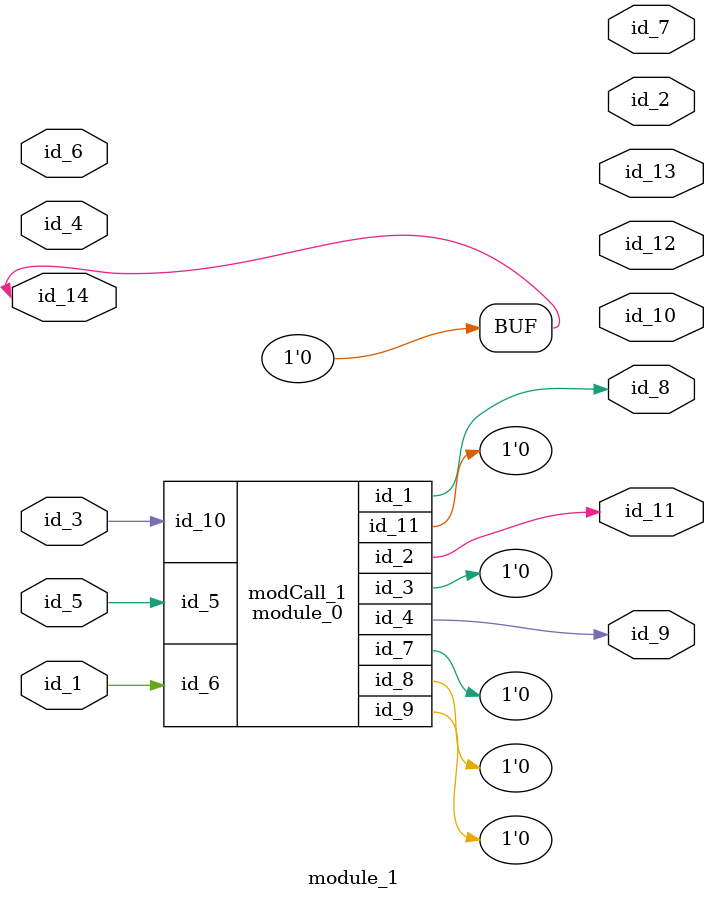
<source format=v>
module module_0 (
    id_1,
    id_2,
    id_3,
    id_4,
    id_5,
    id_6,
    id_7,
    id_8,
    id_9,
    id_10,
    id_11
);
  inout wire id_11;
  input wire id_10;
  inout wire id_9;
  inout wire id_8;
  output wire id_7;
  input wire id_6;
  input wire id_5;
  output wire id_4;
  inout wire id_3;
  output wire id_2;
  output wire id_1;
endmodule
module module_1 (
    id_1,
    id_2,
    id_3,
    id_4,
    id_5,
    id_6,
    id_7,
    id_8,
    id_9,
    id_10,
    id_11,
    id_12,
    id_13,
    id_14
);
  inout wire id_14;
  output wire id_13;
  output wire id_12;
  output wire id_11;
  output wire id_10;
  output wire id_9;
  output wire id_8;
  output wire id_7;
  input wire id_6;
  input wire id_5;
  input wire id_4;
  input wire id_3;
  output wire id_2;
  input wire id_1;
  assign id_14 = 1'd0;
  module_0 modCall_1 (
      id_8,
      id_11,
      id_14,
      id_9,
      id_5,
      id_1,
      id_14,
      id_14,
      id_14,
      id_3,
      id_14
  );
endmodule

</source>
